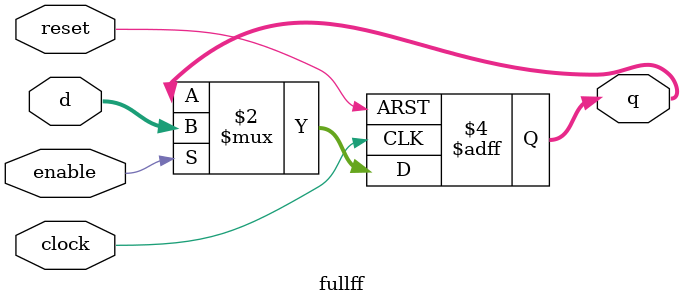
<source format=sv>
module fullff (
	input logic clock, reset, enable,
	input logic [3:0] d,
	output logic [3:0] q
);

	always_ff @(posedge clock, posedge reset) 
		if (reset) q <= 4'b0;
		else if (enable) q <= d;
	
endmodule
</source>
